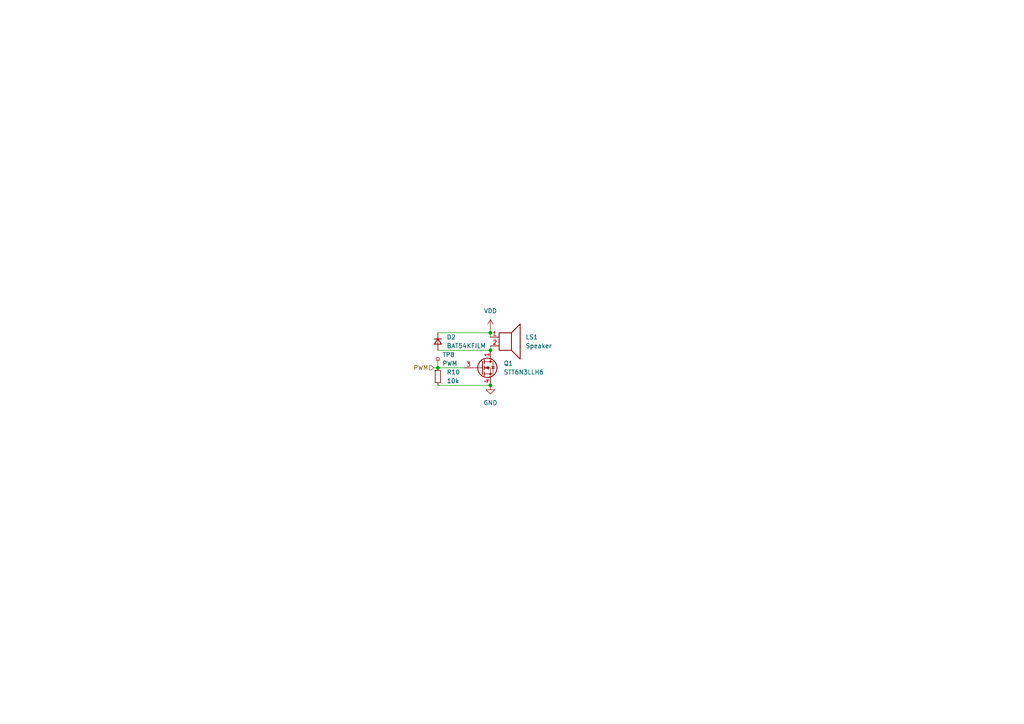
<source format=kicad_sch>
(kicad_sch (version 20231120) (generator "eeschema") (generator_version "8.0")
  (paper "A4")
  (lib_symbols
    (symbol "Connector:TestPoint_Small" (pin_numbers hide) (pin_names (offset 0.762) hide)
      (property "Reference" "TP" (at 0 3.81 0))
      (property "Value" "TestPoint_Small" (at 0 2.032 0))
      (symbol "TestPoint_Small_0_1"
        (circle (center 0 0) (radius 0.508))
      )
      (symbol "TestPoint_Small_1_1"
        (pin passive line (at 0 0 90) (length 0) (name "1") (number "1"))
      )
    )
    (symbol "Device:D_Small" (pin_numbers hide) (pin_names (offset 0.254) hide)
      (property "Reference" "D" (at -1.27 2.032 0))
      (property "Value" "D_Small" (at -3.81 -2.032 0))
      (symbol "D_Small_0_1"
        (polyline (pts (xy -0.762 -1.016) (xy -0.762 1.016)) (stroke (width 0.254)))
        (polyline (pts (xy -0.762 0) (xy 0.762 0)))
        (polyline (pts (xy 0.762 -1.016) (xy -0.762 0) (xy 0.762 1.016) (xy 0.762 -1.016)) (stroke (width 0.254)))
      )
      (symbol "D_Small_1_1"
        (pin passive line (at -2.54 0 0) (length 1.778) (name "K") (number "1"))
        (pin passive line (at 2.54 0 180) (length 1.778) (name "A") (number "2"))
      )
    )
    (symbol "Device:R_Small" (pin_numbers hide) (pin_names (offset 0.254) hide)
      (property "Reference" "R" (at 0.762 0.508 0))
      (property "Value" "R_Small" (at 0.762 -1.016 0))
      (symbol "R_Small_0_1"
        (rectangle (start -0.762 1.778) (end 0.762 -1.778) (stroke (width 0.2032)))
      )
      (symbol "R_Small_1_1"
        (pin passive line (at 0 2.54 270) (length 0.762) (name "~") (number "1"))
        (pin passive line (at 0 -2.54 90) (length 0.762) (name "~") (number "2"))
      )
    )
    (symbol "Device:Speaker" (pin_names (offset 0) hide)
      (property "Reference" "LS" (at 1.27 5.715 0))
      (property "Value" "Speaker" (at 1.27 3.81 0))
      (symbol "Speaker_0_0"
        (rectangle (start -2.54 1.27) (end 1.016 -3.81) (stroke (width 0.254)))
        (polyline (pts (xy 1.016 1.27) (xy 3.556 3.81) (xy 3.556 -6.35) (xy 1.016 -3.81)) (stroke (width 0.254)))
      )
      (symbol "Speaker_1_1"
        (pin input line (at -5.08 0 0) (length 2.54) (name "1") (number "1"))
        (pin input line (at -5.08 -2.54 0) (length 2.54) (name "2") (number "2"))
      )
    )
    (symbol "bao-lib:STT6N3LLH6" (pin_names hide)
      (property "Reference" "Q" (at 5.08 1.905 0))
      (property "Value" "STT6N3LLH6" (at 5.08 0 0))
      (symbol "STT6N3LLH6_0_1"
        (polyline (pts (xy 0.254 0) (xy -2.54 0)))
        (polyline (pts (xy 0.254 1.905) (xy 0.254 -1.905)) (stroke (width 0.254)))
        (polyline (pts (xy 0.762 -1.27) (xy 0.762 -2.286)) (stroke (width 0.254)))
        (polyline (pts (xy 0.762 0.508) (xy 0.762 -0.508)) (stroke (width 0.254)))
        (polyline (pts (xy 0.762 2.286) (xy 0.762 1.27)) (stroke (width 0.254)))
        (polyline (pts (xy 2.54 2.54) (xy 2.54 1.778)))
        (polyline (pts (xy 2.54 -2.54) (xy 2.54 0) (xy 0.762 0)))
        (polyline (pts (xy 0.762 -1.778) (xy 3.302 -1.778) (xy 3.302 1.778) (xy 0.762 1.778)))
        (polyline (pts (xy 1.016 0) (xy 2.032 0.381) (xy 2.032 -0.381) (xy 1.016 0)) (fill (type outline)))
        (polyline (pts (xy 2.794 0.508) (xy 2.921 0.381) (xy 3.683 0.381) (xy 3.81 0.254)))
        (polyline (pts (xy 3.302 0.381) (xy 2.921 -0.254) (xy 3.683 -0.254) (xy 3.302 0.381)))
        (circle (center 1.651 0) (radius 2.794) (stroke (width 0.254)))
        (circle (center 2.54 -1.778) (radius 0.254) (fill (type outline)))
        (circle (center 2.54 1.778) (radius 0.254) (fill (type outline)))
      )
      (symbol "STT6N3LLH6_1_1"
        (pin passive line (at 2.54 5.08 270) (length 2.54) (name "D") (number "1"))
        (pin passive line (at 2.54 5.08 270) (length 2.54) hide (name "D") (number "2"))
        (pin input line (at -5.08 0 0) (length 2.54) (name "G") (number "3"))
        (pin passive line (at 2.54 -5.08 90) (length 2.54) (name "S") (number "4"))
        (pin passive line (at 2.54 5.08 270) (length 2.54) hide (name "D") (number "5"))
        (pin passive line (at 2.54 5.08 270) (length 2.54) hide (name "D") (number "6"))
      )
    )
    (symbol "power:GND" (power) (pin_numbers hide) (pin_names (offset 0) hide)
      (property "Value" "GND" (at 0 -3.81 0))
      (symbol "GND_0_1"
        (polyline (pts (xy 0 0) (xy 0 -1.27) (xy 1.27 -1.27) (xy 0 -2.54) (xy -1.27 -1.27) (xy 0 -1.27)))
      )
      (symbol "GND_1_1"
        (pin power_in line (at 0 0 270) (length 0) (name "~") (number "1"))
      )
    )
    (symbol "power:VDD" (power) (pin_numbers hide) (pin_names (offset 0) hide)
      (property "Value" "VDD" (at 0 3.556 0))
      (symbol "VDD_0_1"
        (polyline (pts (xy -0.762 1.27) (xy 0 2.54)))
        (polyline (pts (xy 0 0) (xy 0 2.54)))
        (polyline (pts (xy 0 2.54) (xy 0.762 1.27)))
      )
      (symbol "VDD_1_1"
        (pin power_in line (at 0 0 90) (length 0) (name "~") (number "1"))
      )
    )
  )
  (junction (at 142.24 111.76))
  (junction (at 142.24 101.6))
  (junction (at 127 106.68))
  (junction (at 142.24 96.52))
  (wire (pts (xy 142.24 96.52) (xy 142.24 97.79)))
  (wire (pts (xy 127 101.6) (xy 142.24 101.6)))
  (wire (pts (xy 127 111.76) (xy 142.24 111.76)))
  (wire (pts (xy 142.24 101.6) (xy 142.24 100.33)))
  (wire (pts (xy 127 106.68) (xy 134.62 106.68)))
  (wire (pts (xy 125.73 106.68) (xy 127 106.68)))
  (wire (pts (xy 142.24 95.25) (xy 142.24 96.52)))
  (wire (pts (xy 127 96.52) (xy 142.24 96.52)))
  (wire (pts (xy 127 104.14) (xy 127 106.68)))
  (hierarchical_label "PWM" (shape input) (at 125.73 106.68 180))
  (symbol (lib_id "Device:R_Small") (at 127 109.22 0) (unit 1)
    (property "Reference" "R10" (at 129.54 107.9499 0) (effects (justify left)))
    (property "Value" "10k" (at 129.54 110.4899 0) (effects (justify left)))
    (property "Footprint" "Resistor_SMD:R_0402_1005Metric" (effects (hide yes)))
    (property "Description" "Resistor, small symbol" (effects (hide yes)))
    (property "MPN" "560112110020" (effects (hide yes)))
  )
  (symbol (lib_id "Device:Speaker") (at 147.32 97.79 0) (unit 1)
    (property "Reference" "LS1" (at 152.4 97.7899 0) (effects (justify left)))
    (property "Value" "Speaker" (at 152.4 100.3299 0) (effects (justify left)))
    (property "Footprint" "bao-lib:OWMB-404020SA-40-17" (effects (hide yes)))
    (property "Description" "Speaker" (effects (hide yes)))
  )
  (symbol (lib_id "bao-lib:STT6N3LLH6") (at 139.7 106.68 0) (unit 1)
    (property "Reference" "Q1" (at 146.05 105.4099 0) (effects (justify left)))
    (property "Value" "STT6N3LLH6" (at 146.05 107.9499 0) (effects (justify left)))
    (property "Footprint" "Package_TO_SOT_SMD:SOT-23-6" (effects (hide yes)))
    (property "Datasheet" "https://www.st.com/content/ccc/resource/technical/document/datasheet/0f/e2/dd/d7/70/b0/47/68/DM00051684.pdf/files/DM00051684.pdf/jcr:content/translations/en.DM00051684.pdf" (effects (hide yes)))
    (property "Description" "N-channel 30 V, 0.021 Ω typ., 6 A STripFET™ VI DeepGATE™ Power MOSFET in a SOT23-6L package" (effects (hide yes)))
  )
  (symbol (lib_id "power:GND") (at 142.24 111.76 0) (unit 1)
    (property "Reference" "#PWR046" (effects (hide yes)))
    (property "Value" "GND" (at 142.24 116.84 0))
    (property "Description" "Power symbol creates a global label with name \"GND\" , ground" (effects (hide yes)))
  )
  (symbol (lib_id "Device:D_Small") (at 127 99.06 270) (unit 1)
    (property "Reference" "D2" (at 129.54 97.7899 90) (effects (justify left)))
    (property "Value" "BAT54KFILM" (at 129.54 100.3299 90) (effects (justify left)))
    (property "Footprint" "Diode_SMD:D_SOD-523" (effects (hide yes)))
    (property "Description" "Diode, small symbol" (effects (hide yes)))
    (property "Sim.Device" "D" (effects (hide yes)))
    (property "Sim.Pins" "1=K 2=A" (effects (hide yes)))
  )
  (symbol (lib_id "Connector:TestPoint_Small") (at 127 104.14 0) (unit 1) (in_bom no)
    (property "Reference" "TP8" (at 128.27 102.8699 0) (effects (justify left)))
    (property "Value" "PWM" (at 128.27 105.4099 0) (effects (justify left)))
    (property "Footprint" "TestPoint:TestPoint_Pad_D1.0mm" (effects (hide yes)))
    (property "Description" "test point" (effects (hide yes)))
  )
  (symbol (lib_id "power:VDD") (at 142.24 95.25 0) (unit 1)
    (property "Reference" "#PWR045" (effects (hide yes)))
    (property "Value" "VDD" (at 142.24 90.17 0))
    (property "Description" "Power symbol creates a global label with name \"VDD\"" (effects (hide yes)))
  )
)
</source>
